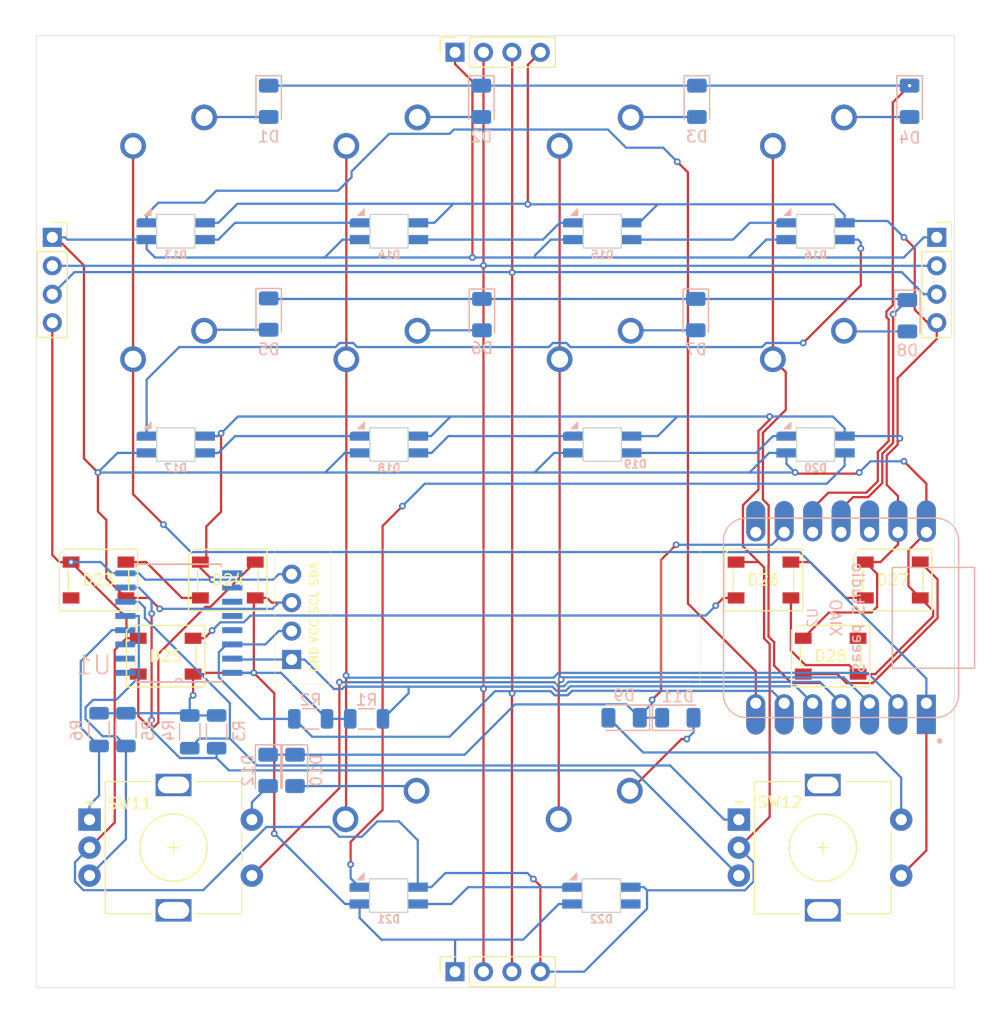
<source format=kicad_pcb>
(kicad_pcb (version 20240108) (generator "pcbnew") (generator_version "8.0")
  (layers (0 "F.Cu" signal) (31 "B.Cu" signal) (34 "B.Paste" user) (35 "F.Paste" user) (36 "B.SilkS" user "B.Silkscreen") (37 "F.SilkS" user "F.Silkscreen") (38 "B.Mask" user) (39 "F.Mask" user) (44 "Edge.Cuts" user))
  (net 0 "")
  (net 1 "ROW0")
  (net 2 "Net-(D1-A)")
  (net 3 "Net-(D2-A)")
  (net 4 "Net-(D3-A)")
  (net 5 "Net-(D4-A)")
  (net 6 "ROW1")
  (net 7 "Net-(D5-A)")
  (net 8 "Net-(D6-A)")
  (net 9 "Net-(D7-A)")
  (net 10 "Net-(D8-A)")
  (net 11 "ROW2")
  (net 12 "ENC_2_SWA")
  (net 13 "Net-(D10-A)")
  (net 14 "Net-(D11-A)")
  (net 15 "ENC_1_SWA")
  (net 16 "VCC")
  (net 17 "I2C_SDA")
  (net 18 "GND")
  (net 19 "I2C_SCL")
  (net 20 "ENC_2_B")
  (net 21 "ENC_2_A")
  (net 22 "ENC_1_B")
  (net 23 "ENC_1_A")
  (net 24 "COL0")
  (net 25 "COL1")
  (net 26 "COL2")
  (net 27 "COL3")
  (net 36 "RGB")
  (net 39 "Net-(D13-DOUT)")
  (net 40 "Net-(D14-DOUT)")
  (net 41 "Net-(D15-DOUT)")
  (net 42 "Net-(D16-DOUT)")
  (net 43 "Net-(D17-DOUT)")
  (net 44 "Net-(D18-DOUT)")
  (net 45 "Net-(D19-DOUT)")
  (net 46 "Net-(D20-DOUT)")
  (net 47 "Net-(D21-DOUT)")
  (net 49 "Net-(D23-DOUT)")
  (net 50 "STATUS_LED")
  (net 51 "Net-(D24-DOUT)")
  (net 52 "Net-(D25-DOUT)")
  (net 53 "Net-(D26-DOUT)")
  (net 54 "Net-(D27-DOUT)")
  (footprint "LED_SMD:LED_SK6812_PLCC4_5.0x5.0mm_P3.2mm" (layer "F.Cu") (at 123.05 98.4)
    (property "Reference" "D25")
    (property "Value" "SK6812")
  )
  (footprint "LED_SMD:LED_SK6812_PLCC4_5.0x5.0mm_P3.2mm" (layer "F.Cu") (at 182.45 98.4)
    (property "Reference" "D28")
    (property "Value" "SK6812")
  )
  (footprint "Components:MX-Solderable-1U" (layer "F.Cu") (at 181.1 55.37)
    (property "Reference" "SW4")
    (property "Value" "SW_Push_45deg")
  )
  (footprint "Components:MX-Solderable-1U" (layer "F.Cu") (at 161.97 115.5)
    (property "Reference" "SW10")
    (property "Value" "SW_Push_45deg")
  )
  (footprint "Components:MX-Solderable-1U" (layer "F.Cu") (at 123.95 55.37)
    (property "Reference" "SW1")
    (property "Value" "SW_Push_45deg")
  )
  (footprint "Components:4pin" (layer "F.Cu") (at 191.925 61)
    (property "Reference" "J5" (hide yes))
    (property "Value" "Conn_01x04")
  )
  (footprint "Components:SSD1306-0.91-OLED-4pin-128x32" (layer "F.Cu") (at 170.8 100.89 180)
    (property "Reference" "J1" (hide yes))
    (property "Value" "OLED_DISPLAY" (hide yes))
  )
  (footprint "LED_SMD:LED_SK6812_PLCC4_5.0x5.0mm_P3.2mm" (layer "F.Cu") (at 188 91.6)
    (property "Reference" "D27")
    (property "Value" "SK6812")
  )
  (footprint "Components:4pin" (layer "F.Cu") (at 112.925 61)
    (property "Reference" "J2" (hide yes))
    (property "Value" "Conn_01x04")
  )
  (footprint "Components:encoder" (layer "F.Cu") (at 174.25 113)
    (property "Reference" "SW12")
    (property "Value" "RotaryEncoder_Switch")
  )
  (footprint "LED_SMD:LED_SK6812_PLCC4_5.0x5.0mm_P3.2mm" (layer "F.Cu") (at 128.6 91.6)
    (property "Reference" "D24")
    (property "Value" "SK6812")
  )
  (footprint "LED_SMD:LED_SK6812_PLCC4_5.0x5.0mm_P3.2mm" (layer "F.Cu") (at 176.45 91.6)
    (property "Reference" "D26")
    (property "Value" "SK6812")
  )
  (footprint "LED_SMD:LED_SK6812_PLCC4_5.0x5.0mm_P3.2mm" (layer "F.Cu") (at 117.05 91.6)
    (property "Reference" "D23")
    (property "Value" "SK6812")
  )
  (footprint "Components:MX-Solderable-1U" (layer "F.Cu") (at 143 74.42)
    (property "Reference" "SW6")
    (property "Value" "SW_Push_45deg")
  )
  (footprint "Components:4pin" (layer "F.Cu") (at 148.9 44.475 90)
    (property "Reference" "J3" (hide yes))
    (property "Value" "Conn_01x04")
  )
  (footprint "Components:MX-Solderable-1U" (layer "F.Cu") (at 143 55.37)
    (property "Reference" "SW2")
    (property "Value" "SW_Push_45deg")
  )
  (footprint "Components:MX-Solderable-1U" (layer "F.Cu") (at 162.05 74.42)
    (property "Reference" "SW7")
    (property "Value" "SW_Push_45deg")
  )
  (footprint "Components:encoder" (layer "F.Cu") (at 116.25 113)
    (property "Reference" "SW11")
    (property "Value" "RotaryEncoder_Switch")
  )
  (footprint "Components:MX-Solderable-1U" (layer "F.Cu") (at 123.95 74.42)
    (property "Reference" "SW5")
    (property "Value" "SW_Push_45deg")
  )
  (footprint "Components:4pin" (layer "F.Cu") (at 148.9 126.575 90)
    (property "Reference" "J4" (hide yes))
    (property "Value" "Conn_01x04")
  )
  (footprint "Components:MX-Solderable-1U" (layer "F.Cu") (at 181.1 74.42)
    (property "Reference" "SW8")
    (property "Value" "SW_Push_45deg")
  )
  (footprint "Components:MX-Solderable-1U" (layer "F.Cu") (at 162.05 55.37)
    (property "Reference" "SW3")
    (property "Value" "SW_Push_45deg")
  )
  (footprint "Components:MX-Solderable-1U" (layer "F.Cu") (at 142.92 115.5)
    (property "Reference" "SW9")
    (property "Value" "SW_Push_45deg")
  )
  (footprint "Diode_SMD:D_1206_3216Metric" (layer "B.Cu") (at 132.25 67.85 -90)
    (property "Reference" "D5")
    (property "Value" "D")
  )
  (footprint "Components:SK6812MINI-E" (layer "B.Cu") (at 162.05 79.5 180)
    (property "Reference" "D19")
    (property "Value" "SK6812" (hide yes))
    (fp_line (start 1.7 1.5) (end -1.7 1.5) (stroke (width 0.12)) (layer "Edge.Cuts"))
    (fp_line (start 1.7 -1.5) (end 1.7 1.5) (stroke (width 0.12)) (layer "Edge.Cuts"))
    (fp_line (start -1.7 1.5) (end -1.7 -1.5) (stroke (width 0.12)) (layer "Edge.Cuts"))
    (fp_line (start -1.7 -1.5) (end 1.7 -1.5) (stroke (width 0.12)) (layer "Edge.Cuts"))
  )
  (footprint "Resistor_SMD:R_1206_3216Metric" (layer "B.Cu") (at 125.2 105.1605 90)
    (property "Reference" "R4")
    (property "Value" "10k")
  )
  (footprint "Diode_SMD:D_1206_3216Metric" (layer "B.Cu") (at 132.25 48.85 -90)
    (property "Reference" "D1")
    (property "Value" "D")
  )
  (footprint "Components:SK6812MINI-E" (layer "B.Cu") (at 142.97 119.7819 180)
    (property "Reference" "D21")
    (property "Value" "SK6812" (hide yes))
    (fp_line (start 1.7 1.5) (end -1.7 1.5) (stroke (width 0.12)) (layer "Edge.Cuts"))
    (fp_line (start 1.7 -1.5) (end 1.7 1.5) (stroke (width 0.12)) (layer "Edge.Cuts"))
    (fp_line (start -1.7 1.5) (end -1.7 -1.5) (stroke (width 0.12)) (layer "Edge.Cuts"))
    (fp_line (start -1.7 -1.5) (end 1.7 -1.5) (stroke (width 0.12)) (layer "Edge.Cuts"))
  )
  (footprint "Diode_SMD:D_1206_3216Metric" (layer "B.Cu") (at 134.6 108.6 -90)
    (property "Reference" "D10")
    (property "Value" "D")
  )
  (footprint "Resistor_SMD:R_1206_3216Metric" (layer "B.Cu") (at 141 104 180)
    (property "Reference" "R1")
    (property "Value" "10k")
  )
  (footprint "Components:SK6812MINI-E" (layer "B.Cu") (at 181.1 60.45 180)
    (property "Reference" "D16")
    (property "Value" "SK6812" (hide yes))
    (fp_line (start 1.7 1.5) (end -1.7 1.5) (stroke (width 0.12)) (layer "Edge.Cuts"))
    (fp_line (start 1.7 -1.5) (end 1.7 1.5) (stroke (width 0.12)) (layer "Edge.Cuts"))
    (fp_line (start -1.7 1.5) (end -1.7 -1.5) (stroke (width 0.12)) (layer "Edge.Cuts"))
    (fp_line (start -1.7 -1.5) (end 1.7 -1.5) (stroke (width 0.12)) (layer "Edge.Cuts"))
  )
  (footprint "Components:SK6812MINI-E" (layer "B.Cu") (at 181.1 79.5 180)
    (property "Reference" "D20")
    (property "Value" "SK6812" (hide yes))
    (fp_line (start 1.7 1.5) (end -1.7 1.5) (stroke (width 0.12)) (layer "Edge.Cuts"))
    (fp_line (start 1.7 -1.5) (end 1.7 1.5) (stroke (width 0.12)) (layer "Edge.Cuts"))
    (fp_line (start -1.7 1.5) (end -1.7 -1.5) (stroke (width 0.12)) (layer "Edge.Cuts"))
    (fp_line (start -1.7 -1.5) (end 1.7 -1.5) (stroke (width 0.12)) (layer "Edge.Cuts"))
  )
  (footprint "Resistor_SMD:R_1206_3216Metric" (layer "B.Cu") (at 119.5 104.9605 90)
    (property "Reference" "R5")
    (property "Value" "10k")
  )
  (footprint "Diode_SMD:D_1206_3216Metric" (layer "B.Cu") (at 151.25 48.85 -90)
    (property "Reference" "D2")
    (property "Value" "D")
  )
  (footprint "Diode_SMD:D_1206_3216Metric" (layer "B.Cu") (at 170.4 67.9 -90)
    (property "Reference" "D7")
    (property "Value" "D")
  )
  (footprint "Resistor_SMD:R_1206_3216Metric" (layer "B.Cu") (at 117.1 104.9605 90)
    (property "Reference" "R6")
    (property "Value" "10k")
  )
  (footprint "Diode_SMD:D_1206_3216Metric" (layer "B.Cu") (at 189.3 68 -90)
    (property "Reference" "D8")
    (property "Value" "D")
  )
  (footprint "Diode_SMD:D_1206_3216Metric" (layer "B.Cu") (at 170.5 48.85 -90)
    (property "Reference" "D3")
    (property "Value" "D")
  )
  (footprint "Components:SK6812MINI-E" (layer "B.Cu") (at 143 79.5 180)
    (property "Reference" "D18")
    (property "Value" "SK6812" (hide yes))
    (fp_line (start 1.7 1.5) (end -1.7 1.5) (stroke (width 0.12)) (layer "Edge.Cuts"))
    (fp_line (start 1.7 -1.5) (end 1.7 1.5) (stroke (width 0.12)) (layer "Edge.Cuts"))
    (fp_line (start -1.7 1.5) (end -1.7 -1.5) (stroke (width 0.12)) (layer "Edge.Cuts"))
    (fp_line (start -1.7 -1.5) (end 1.7 -1.5) (stroke (width 0.12)) (layer "Edge.Cuts"))
  )
  (footprint "Components:SK6812MINI-E" (layer "B.Cu") (at 143 60.45 180)
    (property "Reference" "D14")
    (property "Value" "SK6812" (hide yes))
    (fp_line (start 1.7 1.5) (end -1.7 1.5) (stroke (width 0.12)) (layer "Edge.Cuts"))
    (fp_line (start 1.7 -1.5) (end 1.7 1.5) (stroke (width 0.12)) (layer "Edge.Cuts"))
    (fp_line (start -1.7 1.5) (end -1.7 -1.5) (stroke (width 0.12)) (layer "Edge.Cuts"))
    (fp_line (start -1.7 -1.5) (end 1.7 -1.5) (stroke (width 0.12)) (layer "Edge.Cuts"))
  )
  (footprint "Components:SK6812MINI-E" (layer "B.Cu") (at 123.95 60.45 180)
    (property "Reference" "D13")
    (property "Value" "SK6812" (hide yes))
    (fp_line (start 1.7 1.5) (end -1.7 1.5) (stroke (width 0.12)) (layer "Edge.Cuts"))
    (fp_line (start 1.7 -1.5) (end 1.7 1.5) (stroke (width 0.12)) (layer "Edge.Cuts"))
    (fp_line (start -1.7 1.5) (end -1.7 -1.5) (stroke (width 0.12)) (layer "Edge.Cuts"))
    (fp_line (start -1.7 -1.5) (end 1.7 -1.5) (stroke (width 0.12)) (layer "Edge.Cuts"))
  )
  (footprint "Components:SK6812MINI-E" (layer "B.Cu") (at 123.95 79.5 180)
    (property "Reference" "D17")
    (property "Value" "SK6812" (hide yes))
    (fp_line (start 1.7 1.5) (end -1.7 1.5) (stroke (width 0.12)) (layer "Edge.Cuts"))
    (fp_line (start 1.7 -1.5) (end 1.7 1.5) (stroke (width 0.12)) (layer "Edge.Cuts"))
    (fp_line (start -1.7 1.5) (end -1.7 -1.5) (stroke (width 0.12)) (layer "Edge.Cuts"))
    (fp_line (start -1.7 -1.5) (end 1.7 -1.5) (stroke (width 0.12)) (layer "Edge.Cuts"))
  )
  (footprint "Diode_SMD:D_1206_3216Metric" (layer "B.Cu") (at 164 103.9 180)
    (property "Reference" "D9")
    (property "Value" "D")
  )
  (footprint "Components:SOIC127P1032X265-16N" (layer "B.Cu") (at 124.2248 95.445)
    (property "Reference" "U1")
    (property "Value" "PCF8574A")
  )
  (footprint "Components:SK6812MINI-E" (layer "B.Cu") (at 162.05 60.45 180)
    (property "Reference" "D15")
    (property "Value" "SK6812" (hide yes))
    (fp_line (start 1.7 1.5) (end -1.7 1.5) (stroke (width 0.12)) (layer "Edge.Cuts"))
    (fp_line (start 1.7 -1.5) (end 1.7 1.5) (stroke (width 0.12)) (layer "Edge.Cuts"))
    (fp_line (start -1.7 1.5) (end -1.7 -1.5) (stroke (width 0.12)) (layer "Edge.Cuts"))
    (fp_line (start -1.7 -1.5) (end 1.7 -1.5) (stroke (width 0.12)) (layer "Edge.Cuts"))
  )
  (footprint "Diode_SMD:D_1206_3216Metric" (layer "B.Cu") (at 168.8 103.9)
    (property "Reference" "D11")
    (property "Value" "D")
  )
  (footprint "Resistor_SMD:R_1206_3216Metric" (layer "B.Cu") (at 136 104)
    (property "Reference" "R2")
    (property "Value" "10k")
  )
  (footprint "Diode_SMD:D_1206_3216Metric" (layer "B.Cu") (at 189.5 48.85 -90)
    (property "Reference" "D4")
    (property "Value" "D")
  )
  (footprint "Diode_SMD:D_1206_3216Metric" (layer "B.Cu") (at 132.2 108.6 -90)
    (property "Reference" "D12")
    (property "Value" "D")
  )
  (footprint "Resistor_SMD:R_1206_3216Metric" (layer "B.Cu") (at 127.6 105.1605 90)
    (property "Reference" "R3")
    (property "Value" "10k")
  )
  (footprint "Components:XIAO-Generic-Hybrid-14P-2.54-21X17.8MM" (layer "B.Cu") (at 183.38 94.975 90)
    (property "Reference" "U2")
    (property "Value" "MOUDLE-SEEEDUINO-XIAO" (hide yes))
  )
  (footprint "Components:SK6812MINI-E" (layer "B.Cu") (at 161.97 119.7819 180)
    (property "Reference" "D22")
    (property "Value" "SK6812" (hide yes))
    (fp_line (start 1.7 1.5) (end -1.7 1.5) (stroke (width 0.12)) (layer "Edge.Cuts"))
    (fp_line (start 1.7 -1.5) (end 1.7 1.5) (stroke (width 0.12)) (layer "Edge.Cuts"))
    (fp_line (start -1.7 1.5) (end -1.7 -1.5) (stroke (width 0.12)) (layer "Edge.Cuts"))
    (fp_line (start -1.7 -1.5) (end 1.7 -1.5) (stroke (width 0.12)) (layer "Edge.Cuts"))
  )
  (footprint "Diode_SMD:D_1206_3216Metric" (layer "B.Cu") (at 151.3 67.9 -90)
    (property "Reference" "D6")
    (property "Value" "D")
  )
  (gr_rect (start 111.5 43) (end 193.5 128) (stroke (width 0.05)) (fill none) (layer "Edge.Cuts"))
  (segment (start 182.249952 83.8) (end 180.84 85.209952) (width 0.2) (layer "F.Cu") (net 1))
  (segment (start 186.660015 80.157294) (end 186.660015 82.774299) (width 0.2) (layer "F.Cu") (net 1))
  (segment (start 188 48.95) (end 188 67.051471) (width 0.2) (layer "F.Cu") (net 1))
  (segment (start 188 67.051471) (end 187.429 67.622471) (width 0.2) (layer "F.Cu") (net 1))
  (segment (start 186.660015 82.774299) (end 185.634314 83.8) (width 0.2) (layer "F.Cu") (net 1))
  (segment (start 189.5 47.45) (end 188 48.95) (width 0.2) (layer "F.Cu") (net 1))
  (segment (start 187.629 68.319529) (end 187.629 79.188309) (width 0.2) (layer "F.Cu") (net 1))
  (segment (start 187.629 79.188309) (end 186.660015 80.157294) (width 0.2) (layer "F.Cu") (net 1))
  (segment (start 187.429 68.119529) (end 187.629 68.319529) (width 0.2) (layer "F.Cu") (net 1))
  (segment (start 180.84 85.209952) (end 180.84 87.35) (width 0.2) (layer "F.Cu") (net 1))
  (segment (start 185.634314 83.8) (end 182.249952 83.8) (width 0.2) (layer "F.Cu") (net 1))
  (segment (start 187.429 67.622471) (end 187.429 68.119529) (width 0.2) (layer "F.Cu") (net 1))
  (via (at 189.5 47.45) (size 0.6) (drill 0.3) (layers "F.Cu" "B.Cu") (net 1))
  (segment (start 170.5 47.45) (end 151.25 47.45) (width 0.2) (layer "B.Cu") (net 1))
  (segment (start 170.5 47.45) (end 189.5 47.45) (width 0.2) (layer "B.Cu") (net 1))
  (segment (start 151.25 47.45) (end 132.25 47.45) (width 0.2) (layer "B.Cu") (net 1))
  (segment (start 126.53 50.25) (end 126.49 50.29) (width 0.2) (layer "B.Cu") (net 2))
  (segment (start 132.25 50.25) (end 126.53 50.25) (width 0.2) (layer "B.Cu") (net 2))
  (segment (start 145.58 50.25) (end 145.54 50.29) (width 0.2) (layer "B.Cu") (net 3))
  (segment (start 151.25 50.25) (end 145.58 50.25) (width 0.2) (layer "B.Cu") (net 3))
  (segment (start 170.5 50.25) (end 164.63 50.25) (width 0.2) (layer "B.Cu") (net 4))
  (segment (start 164.63 50.25) (end 164.59 50.29) (width 0.2) (layer "B.Cu") (net 4))
  (segment (start 183.68 50.25) (end 183.64 50.29) (width 0.2) (layer "B.Cu") (net 5))
  (segment (start 189.5 50.25) (end 183.68 50.25) (width 0.2) (layer "B.Cu") (net 5))
  (segment (start 183.38 85.263654) (end 183.38 87.35) (width 0.2) (layer "F.Cu") (net 6))
  (segment (start 184.443654 84.2) (end 183.38 85.263654) (width 0.2) (layer "F.Cu") (net 6))
  (segment (start 188.029 67.871) (end 188.029 79.353995) (width 0.2) (layer "F.Cu") (net 6))
  (segment (start 187.060015 82.939985) (end 185.8 84.2) (width 0.2) (layer "F.Cu") (net 6))
  (segment (start 185.8 84.2) (end 184.443654 84.2) (width 0.2) (layer "F.Cu") (net 6))
  (segment (start 188.029 79.353995) (end 187.060015 80.32298) (width 0.2) (layer "F.Cu") (net 6))
  (segment (start 187.060015 80.32298) (end 187.060015 82.939985) (width 0.2) (layer "F.Cu") (net 6))
  (via (at 188.029 67.871) (size 0.6) (drill 0.3) (layers "F.Cu" "B.Cu") (net 6))
  (segment (start 189.3 66.6) (end 189.2 66.5) (width 0.2) (layer "B.Cu") (net 6))
  (segment (start 170.4 66.5) (end 151.3 66.5) (width 0.2) (layer "B.Cu") (net 6))
  (segment (start 151.3 66.5) (end 132.3 66.5) (width 0.2) (layer "B.Cu") (net 6))
  (segment (start 189.2 66.5) (end 170.4 66.5) (width 0.2) (layer "B.Cu") (net 6))
  (segment (start 132.3 66.5) (end 132.25 66.45) (width 0.2) (layer "B.Cu") (net 6))
  (segment (start 189.3 66.6) (end 188.029 67.871) (width 0.2) (layer "B.Cu") (net 6))
  (segment (start 132.25 69.25) (end 126.58 69.25) (width 0.2) (layer "B.Cu") (net 7))
  (segment (start 126.58 69.25) (end 126.49 69.34) (width 0.2) (layer "B.Cu") (net 7))
  (segment (start 151.3 69.3) (end 145.58 69.3) (width 0.2) (layer "B.Cu") (net 8))
  (segment (start 145.58 69.3) (end 145.54 69.34) (width 0.2) (layer "B.Cu") (net 8))
  (segment (start 170.4 69.3) (end 164.63 69.3) (width 0.2) (layer "B.Cu") (net 9))
  (segment (start 164.63 69.3) (end 164.59 69.34) (width 0.2) (layer "B.Cu") (net 9))
  (segment (start 183.7 69.4) (end 183.64 69.34) (width 0.2) (layer "B.Cu") (net 10))
  (segment (start 189.3 69.4) (end 183.7 69.4) (width 0.2) (layer "B.Cu") (net 10))
  (segment (start 166.5 102.3) (end 167.3 101.5) (width 0.2) (layer "F.Cu") (net 11))
  (segment (start 167.3 89.7997) (end 168.648 88.4517) (width 0.2) (layer "F.Cu") (net 11))
  (segment (start 167.3 101.5) (end 167.3 89.7997) (width 0.2) (layer "F.Cu") (net 11))
  (via (at 166.5 102.3) (size 0.6) (drill 0.3) (layers "F.Cu" "B.Cu") (net 11))
  (via (at 168.648 88.4517) (size 0.6) (drill 0.3) (layers "F.Cu" "B.Cu") (net 11))
  (segment (start 167.4 103.9) (end 165.4 103.9) (width 0.2) (layer "B.Cu") (net 11))
  (segment (start 166.5 102.612) (end 165.306 103.806) (width 0.2) (layer "B.Cu") (net 11))
  (segment (start 149.754 107.2) (end 154.244 102.71) (width 0.2) (layer "B.Cu") (net 11))
  (segment (start 134.6 107.2) (end 149.754 107.2) (width 0.2) (layer "B.Cu") (net 11))
  (segment (start 165.306 103.806) (end 165.4 103.9) (width 0.2) (layer "B.Cu") (net 11))
  (segment (start 132.2 107.2) (end 134.6 107.2) (width 0.2) (layer "B.Cu") (net 11))
  (segment (start 164.21 102.71) (end 165.306 103.806) (width 0.2) (layer "B.Cu") (net 11))
  (segment (start 168.648 88.4517) (end 177.1983 88.4517) (width 0.2) (layer "B.Cu") (net 11))
  (segment (start 166.5 102.3) (end 166.5 102.612) (width 0.2) (layer "B.Cu") (net 11))
  (segment (start 154.244 102.71) (end 164.21 102.71) (width 0.2) (layer "B.Cu") (net 11))
  (segment (start 177.1983 88.4517) (end 178.3 87.35) (width 0.2) (layer "B.Cu") (net 11))
  (segment (start 165.7 107) (end 162.6 103.9) (width 0.2) (layer "B.Cu") (net 12))
  (segment (start 188.75 109.25) (end 186.5 107) (width 0.2) (layer "B.Cu") (net 12))
  (segment (start 186.5 107) (end 165.7 107) (width 0.2) (layer "B.Cu") (net 12))
  (segment (start 188.75 113) (end 188.75 109.25) (width 0.2) (layer "B.Cu") (net 12))
  (segment (start 134.6 110) (end 145.04 110) (width 0.2) (layer "B.Cu") (net 13))
  (segment (start 145.04 110) (end 145.46 110.42) (width 0.2) (layer "B.Cu") (net 13))
  (segment (start 169.13 105.8) (end 169.6 105.8) (width 0.2) (layer "F.Cu") (net 14))
  (segment (start 164.51 110.42) (end 169.13 105.8) (width 0.2) (layer "F.Cu") (net 14))
  (via (at 169.6 105.8) (size 0.6) (drill 0.3) (layers "F.Cu" "B.Cu") (net 14))
  (segment (start 169.6 105.8) (end 170.2 105.2) (width 0.2) (layer "B.Cu") (net 14))
  (segment (start 170.2 105.2) (end 170.2 103.9) (width 0.2) (layer "B.Cu") (net 14))
  (segment (start 130.75 111.45) (end 130.75 113) (width 0.2) (layer "B.Cu") (net 15))
  (segment (start 132.2 110) (end 130.75 111.45) (width 0.2) (layer "B.Cu") (net 15))
  (segment (start 189.398 88.952) (end 189.398 92.148) (width 0.2) (layer "F.Cu") (net 16))
  (segment (start 117 82) (end 117 85.4846) (width 0.2) (layer "F.Cu") (net 16))
  (segment (start 119.5 93.2) (end 121.546 93.2) (width 0.2) (layer "F.Cu") (net 16))
  (segment (start 121.546 93.2) (end 122.518 94.1721) (width 0.2) (layer "F.Cu") (net 16))
  (segment (start 184.9 100) (end 186.434314 100) (width 0.2) (layer "F.Cu") (net 16))
  (segment (start 115.75 63.5) (end 113.25 61) (width 0.2) (layer "F.Cu") (net 16))
  (segment (start 179.275736 82) (end 179.375736 82.1) (width 0.2) (layer "F.Cu") (net 16))
  (segment (start 191 87.35) (end 189.398 88.952) (width 0.2) (layer "F.Cu") (net 16))
  (segment (start 184.9 82.1) (end 185 82) (width 0.2) (layer "F.Cu") (net 16))
  (segment (start 148.9 45.5264) (end 148.9 44.475) (width 0.2) (layer "F.Cu") (net 16))
  (segment (start 180.2 99.2) (end 178.9 97.9) (width 0.2) (layer "F.Cu") (net 16))
  (segment (start 191.6 94.834314) (end 191.6 94.35) (width 0.2) (layer "F.Cu") (net 16))
  (segment (start 115.75 80.75) (end 115.75 63.5) (width 0.2) (layer "F.Cu") (net 16))
  (segment (start 184.1 99.2) (end 180.2 99.2) (width 0.2) (layer "F.Cu") (net 16))
  (segment (start 117 82) (end 115.75 80.75) (width 0.2) (layer "F.Cu") (net 16))
  (segment (start 117.75 91.45) (end 117.75 86.2346) (width 0.2) (layer "F.Cu") (net 16))
  (segment (start 113.25 61) (end 112.925 61) (width 0.2) (layer "F.Cu") (net 16))
  (segment (start 150.453 62.8) (end 150.453 47.0794) (width 0.2) (layer "F.Cu") (net 16))
  (segment (start 132.75 101.714) (end 130.926 99.89) (width 0.2) (layer "F.Cu") (net 16))
  (segment (start 130.926 93.5868) (end 130.926 99.89) (width 0.2) (layer "F.Cu") (net 16))
  (segment (start 126.662 99.89) (end 130.926 99.89) (width 0.2) (layer "F.Cu") (net 16))
  (segment (start 191 87.35) (end 191 83) (width 0.2) (layer "F.Cu") (net 16))
  (segment (start 119.5 93.2) (end 117.75 91.45) (width 0.2) (layer "F.Cu") (net 16))
  (segment (start 150.453 47.0794) (end 148.9 45.5264) (width 0.2) (layer "F.Cu") (net 16))
  (segment (start 186.434314 100) (end 191.6 94.834314) (width 0.2) (layer "F.Cu") (net 16))
  (segment (start 178.9 97.9) (end 178.9 93.2) (width 0.2) (layer "F.Cu") (net 16))
  (segment (start 134.3 93.62) (end 132.522 93.62) (width 0.2) (layer "F.Cu") (net 16))
  (segment (start 126.552 100) (end 126.662 99.89) (width 0.2) (layer "F.Cu") (net 16))
  (segment (start 132.102 93.2) (end 131.313 93.2) (width 0.2) (layer "F.Cu") (net 16))
  (segment (start 125.5 100) (end 126.552 100) (width 0.2) (layer "F.Cu") (net 16))
  (segment (start 117 85.4846) (end 117.75 86.2346) (width 0.2) (layer "F.Cu") (net 16))
  (segment (start 131.313 93.2) (end 130.926 93.5868) (width 0.2) (layer "F.Cu") (net 16))
  (segment (start 189.398 92.148) (end 190.45 93.2) (width 0.2) (layer "F.Cu") (net 16))
  (segment (start 132.75 114.25) (end 132.75 101.714) (width 0.2) (layer "F.Cu") (net 16))
  (segment (start 184.9 100) (end 184.1 99.2) (width 0.2) (layer "F.Cu") (net 16))
  (segment (start 132.522 93.62) (end 132.102 93.2) (width 0.2) (layer "F.Cu") (net 16))
  (segment (start 191 83) (end 189 81) (width 0.2) (layer "F.Cu") (net 16))
  (segment (start 191.6 94.35) (end 190.45 93.2) (width 0.2) (layer "F.Cu") (net 16))
  (segment (start 125.5 101.9) (end 125.5 100) (width 0.2) (layer "F.Cu") (net 16))
  (segment (start 131.05 93.2) (end 131.313 93.2) (width 0.2) (layer "F.Cu") (net 16))
  (segment (start 179.375736 82.1) (end 184.9 82.1) (width 0.2) (layer "F.Cu") (net 16))
  (via (at 189 81) (size 0.6) (drill 0.3) (layers "F.Cu" "B.Cu") (net 16))
  (via (at 117 82) (size 0.6) (drill 0.3) (layers "F.Cu" "B.Cu") (net 16))
  (via (at 150.453 62.8) (size 0.6) (drill 0.3) (layers "F.Cu" "B.Cu") (net 16))
  (via (at 125.5 101.9) (size 0.6) (drill 0.3) (layers "F.Cu" "B.Cu") (net 16))
  (via (at 179.275736 82) (size 0.6) (drill 0.3) (layers "F.Cu" "B.Cu") (net 16))
  (via (at 122.518 94.1721) (size 0.6) (drill 0.3) (layers "F.Cu" "B.Cu") (net 16))
  (via (at 132.75 114.25) (size 0.6) (drill 0.3) (layers "F.Cu" "B.Cu") (net 16))
  (via (at 130.926 99.89) (size 0.6) (drill 0.3) (layers "F.Cu" "B.Cu") (net 16))
  (via (at 185 82) (size 0.6) (drill 0.3) (layers "F.Cu" "B.Cu") (net 16))
  (segment (start 137.35 81.95) (end 137.3 82) (width 0.2) (layer "B.Cu") (net 16))
  (segment (start 158.168 120.532) (end 159.37 120.532) (width 0.2) (layer "B.Cu") (net 16))
  (segment (start 114.277 61.2) (end 114.077 61) (width 0.2) (layer "B.Cu") (net 16))
  (segment (start 175.2 82) (end 156 82) (width 0.2) (layer "B.Cu") (net 16))
  (segment (start 188.973 62.8) (end 190.773 61) (width 0.2) (layer "B.Cu") (net 16))
  (segment (start 137.462 104) (end 133.352 99.89) (width 0.2) (layer "B.Cu") (net 16))
  (segment (start 157.45 61.2) (end 156.05 62.6) (width 0.2) (layer "B.Cu") (net 16))
  (segment (start 156.05 62.6) (end 156.05 62.8) (width 0.2) (layer "B.Cu") (net 16))
  (segment (start 140.37 121.77) (end 142.315 123.715) (width 0.2) (layer "B.Cu") (net 16))
  (segment (start 178.5 80.25) (end 178.5 81.224264) (width 0.2) (layer "B.Cu") (net 16))
  (segment (start 121.35 62.05) (end 122.1 62.8) (width 0.2) (layer "B.Cu") (net 16))
  (segment (start 140.4 80.25) (end 139.05 80.25) (width 0.2) (layer "B.Cu") (net 16))
  (segment (start 137 62.8) (end 137.25 62.8) (width 0.2) (layer "B.Cu") (net 16))
  (segment (start 137.4625 104) (end 137.462 104) (width 0.2) (layer "B.Cu") (net 16))
  (segment (start 118.75 80.25) (end 117 82) (width 0.2) (layer "B.Cu") (net 16))
  (segment (start 154.985 123.715) (end 158.168 120.532) (width 0.2) (layer "B.Cu") (net 16))
  (segment (start 140.37 120.532) (end 140.37 121.77) (width 0.2) (layer "B.Cu") (net 16))
  (segment (start 138.85 61.2) (end 140.4 61.2) (width 0.2) (layer "B.Cu") (net 16))
  (segment (start 121.35 61.2) (end 114.277 61.2) (width 0.2) (layer "B.Cu") (net 16))
  (segment (start 122.1 62.8) (end 137 62.8) (width 0.2) (layer "B.Cu") (net 16))
  (segment (start 127.6 103.698) (end 125.2 103.698) (width 0.2) (layer "B.Cu") (net 16))
  (segment (start 119.503 103.495) (end 119.5 103.498) (width 0.2) (layer "B.Cu") (net 16))
  (segment (start 132.596 94.1721) (end 122.518 94.1721) (width 0.2) (layer "B.Cu") (net 16))
  (segment (start 134.3 93.62) (end 133.148 93.62) (width 0.2) (layer "B.Cu") (net 16))
  (segment (start 133.352 99.89) (end 130.926 99.89) (width 0.2) (layer "B.Cu") (net 16))
  (segment (start 176.95 80.25) (end 175.2 82) (width 0.2) (layer "B.Cu") (net 16))
  (segment (start 190.773 61) (end 191.925 61) (width 0.2) (layer "B.Cu") (net 16))
  (segment (start 159.45 61.2) (end 157.45 61.2) (width 0.2) (layer "B.Cu") (net 16))
  (segment (start 125.2 102.2) (end 125.2 103.698) (width 0.2) (layer "B.Cu") (net 16))
  (segment (start 121.35 80.25) (end 118.75 80.25) (width 0.2) (layer "B.Cu") (net 16))
  (segment (start 121.35 61.2) (end 121.35 62.05) (width 0.2) (layer "B.Cu") (net 16))
  (segment (start 133.148 93.62) (end 132.596 94.1721) (width 0.2) (layer "B.Cu") (net 16))
  (segment (start 156 82) (end 137.3 82) (width 0.2) (layer "B.Cu") (net 16))
  (segment (start 178.5 80.25) (end 176.95 80.25) (width 0.2) (layer "B.Cu") (net 16))
  (segment (start 176.7 61.2) (end 175.1 62.8) (width 0.2) (layer "B.Cu") (net 16))
  (segment (start 178.5 81.224264) (end 179.275736 82) (width 0.2) (layer "B.Cu") (net 16))
  (segment (start 149 123.715) (end 148.9 123.815) (width 0.2) (layer "B.Cu") (net 16))
  (segment (start 139.071 120.532) (end 140.3699 120.532) (width 0.2) (layer "B.Cu") (net 16))
  (segment (start 117.1 103.498) (end 119.5 103.498) (width 0.2) (layer "B.Cu") (net 16))
  (segment (start 132.789 114.25) (end 139.071 120.532) (width 0.2) (layer "B.Cu") (net 16))
  (segment (start 150.453 62.8) (end 137 62.8) (width 0.2) (layer "B.Cu") (net 16))
  (segment (start 175.1 62.8) (end 188.973 62.8) (width 0.2) (layer "B.Cu") (net 16))
  (segment (start 189 81) (end 186 81) (width 0.2) (layer "B.Cu") (net 16))
  (segment (start 125.5 101.9) (end 125.2 102.2) (width 0.2) (layer "B.Cu") (net 16))
  (segment (start 148.9 123.815) (end 148.9 126.575) (width 0.2) (layer "B.Cu") (net 16))
  (segment (start 140.3699 120.532) (end 140.37 120.532) (width 0.2) (layer "B.Cu") (net 16))
  (segment (start 130.926 99.89) (end 129 99.89) (width 0.2) (layer "B.Cu") (net 16))
  (segment (start 179.275736 82) (end 175.2 82) (width 0.2) (layer "B.Cu") (net 16))
  (segment (start 157.75 80.25) (end 156 82) (width 0.2) (layer "B.Cu") (net 16))
  (segment (start 137.3 82) (end 117 82) (width 0.2) (layer "B.Cu") (net 16))
  (segment (start 159.45 80.25) (end 157.75 80.25) (width 0.2) (layer "B.Cu") (net 16))
  (segment (start 132.75 114.25) (end 132.789 114.25) (width 0.2) (layer "B.Cu") (net 16))
  (segment (start 156.05 62.8) (end 175.1 62.8) (width 0.2) (layer "B.Cu") (net 16))
  (segment (start 140.3699 120.532) (end 140.37 120.5319) (width 0.2) (layer "B.Cu") (net 16))
  (segment (start 114.077 61) (end 112.925 61) (width 0.2) (layer "B.Cu") (net 16))
  (segment (start 149 123.715) (end 154.985 123.715) (width 0.2) (layer "B.Cu") (net 16))
  (segment (start 186 81) (end 185 82) (width 0.2) (layer "B.Cu") (net 16))
  (segment (start 159.37 120.5319) (end 159.37 120.532) (width 0.2) (layer "B.Cu") (net 16))
  (segment (start 137.25 62.8) (end 138.85 61.2) (width 0.2) (layer "B.Cu") (net 16))
  (segment (start 125.2 103.698) (end 124.997 103.495) (width 0.2) (layer "B.Cu") (net 16))
  (segment (start 142.315 123.715) (end 149 123.715) (width 0.2) (layer "B.Cu") (net 16))
  (segment (start 178.5 61.2) (end 176.7 61.2) (width 0.2) (layer "B.Cu") (net 16))
  (segment (start 139.5375 104) (end 137.4625 104) (width 0.2) (layer "B.Cu") (net 16))
  (segment (start 139.05 80.25) (end 137.35 81.95) (width 0.2) (layer "B.Cu") (net 16))
  (segment (start 124.997 103.495) (end 119.503 103.495) (width 0.2) (layer "B.Cu") (net 16))
  (segment (start 156.05 62.8) (end 150.453 62.8) (width 0.2) (layer "B.Cu") (net 16))
  (segment (start 151.44 101.325) (end 151.44 126.575) (width 0.2) (layer "F.Cu") (net 17))
  (segment (start 151.44 63.5) (end 151.44 44.475) (width 0.2) (layer "F.Cu") (net 17))
  (segment (start 151.44 63.5) (end 151.44 101.325) (width 0.2) (layer "F.Cu") (net 17))
  (via (at 151.44 63.5) (size 0.6) (drill 0.3) (layers "F.Cu" "B.Cu") (net 17))
  (via (at 151.44 101.325) (size 0.6) (drill 0.3) (layers "F.Cu" "B.Cu") (net 17))
  (segment (start 158.793215 101.4915) (end 159.193215 101.0915) (width 0.2) (layer "B.Cu") (net 17))
  (segment (start 170.042942 101.097) (end 179.337 101.097) (width 0.2) (layer "B.Cu") (net 17))
  (segment (start 151.44 63.5) (end 151.4 63.54) (width 0.2) (layer "B.Cu") (net 17))
  (segment (start 134.3 98.7) (end 135.452 98.7) (width 0.2) (layer "B.Cu") (net 17))
  (segment (start 144.75 101.125) (end 151.24 101.125) (width 0.2) (layer "B.Cu") (net 17))
  (segment (start 151.64 101.125) (end 157.598285 101.125) (width 0.2) (layer "B.Cu") (net 17))
  (segment (start 157.598285 101.125) (end 157.964785 101.4915) (width 0.2) (layer "B.Cu") (net 17))
  (segment (start 129 98.62) (end 129.08 98.7) (width 0.2) (layer "B.Cu") (net 17))
  (segment (start 170.037442 101.0915) (end 170.042942 101.097) (width 0.2) (layer "B.Cu") (net 17))
  (segment (start 157.964785 101.4915) (end 158.793215 101.4915) (width 0.2) (layer "B.Cu") (net 17))
  (segment (start 151.44 63.5) (end 151.48 63.54) (width 0.2) (layer "B.Cu") (net 17))
  (segment (start 179.337 101.097) (end 180.84 102.6) (width 0.2) (layer "B.Cu") (net 17))
  (segment (start 138.077 101.325) (end 138.815529 101.325) (width 0.2) (layer "B.Cu") (net 17))
  (segment (start 151.4 63.54) (end 112.925 63.54) (width 0.2) (layer "B.Cu") (net 17))
  (segment (start 138.815529 101.325) (end 139.015529 101.125) (width 0.2) (layer "B.Cu") (net 17))
  (segment (start 151.24 101.125) (end 151.44 101.325) (width 0.2) (layer "B.Cu") (net 17))
  (segment (start 139.015529 101.125) (end 144.75 101.125) (width 0.2) (layer "B.Cu") (net 17))
  (segment (start 129.08 98.7) (end 134.3 98.7) (width 0.2) (layer "B.Cu") (net 17))
  (segment (start 159.193215 101.0915) (end 170.037442 101.0915) (width 0.2) (layer "B.Cu") (net 17))
  (segment (start 151.48 63.54) (end 191.925 63.54) (width 0.2) (layer "B.Cu") (net 17))
  (segment (start 151.44 101.325) (end 151.64 101.125) (width 0.2) (layer "B.Cu") (net 17))
  (segment (start 144.75 101.7125) (end 144.75 101.125) (width 0.2) (layer "B.Cu") (net 17))
  (segment (start 142.4625 104) (end 144.75 101.7125) (width 0.2) (layer "B.Cu") (net 17))
  (segment (start 135.452 98.7) (end 138.077 101.325) (width 0.2) (layer "B.Cu") (net 17))
  (segment (start 174.61 84.923654) (end 174.61 88.58) (width 0.2) (layer "F.Cu") (net 18))
  (segment (start 189.96 67.4605) (end 191.12 68.62) (width 0.2) (layer "F.Cu") (net 18))
  (segment (start 114.6 90) (end 113.548 90) (width 0.2) (layer "F.Cu") (net 18))
  (segment (start 176.5 96.815686) (end 177 97.315686) (width 0.2) (layer "F.Cu") (net 18))
  (segment (start 128.001 78.501) (end 128 78.502) (width 0.2) (layer "F.Cu") (net 18))
  (segment (start 174 90) (end 176.03 90) (width 0.2) (layer "F.Cu") (net 18))
  (segment (start 188.629 78.95) (end 188.429 78.75) (width 0.2) (layer "F.Cu") (net 18))
  (segment (start 188.46 84.105656) (end 188.46 87.35) (width 0.2) (layer "F.Cu") (net 18))
  (segment (start 188.429 79.519681) (end 187.460015 80.488666) (width 0.2) (layer "F.Cu") (net 18))
  (segment (start 180 96.8) (end 182.3 94.5) (width 0.2) (layer "F.Cu") (net 18))
  (segment (start 188.429 78.75) (end 188.429 73.571) (width 0.2) (layer "F.Cu") (net 18))
  (segment (start 174.61 88.58) (end 176.03 90) (width 0.2) (layer "F.Cu") (net 18))
  (segment (start 155.4 45.595) (end 156.52 44.475) (width 0.2) (layer "F.Cu") (net 18))
  (segment (start 177 112.75) (end 174.25 115.5) (width 0.2) (layer "F.Cu") (net 18))
  (segment (start 126.15 90) (end 126.15 90.5164) (width 0.2) (layer "F.Cu") (net 18))
  (segment (start 177 77.282843) (end 176 78.282843) (width 0.2) (layer "F.Cu") (net 18))
  (segment (start 113.548 90) (end 112.925 89.377) (width 0.2) (layer "F.Cu") (net 18))
  (segment (start 176.5 90.47) (end 176.5 96.815686) (width 0.2) (layer "F.Cu") (net 18))
  (segment (start 126.15 90.5164) (end 127.202 91.5684) (width 0.2) (layer "F.Cu") (net 18))
  (segment (start 126.15 90) (end 126.676 90) (width 0.2) (layer "F.Cu") (net 18))
  (segment (start 176 83.533654) (end 174.61 84.923654) (width 0.2) (layer "F.Cu") (net 18))
  (segment (start 191.925 70.075) (end 191.925 68.62) (width 0.2) (layer "F.Cu") (net 18))
  (segment (start 185.55 90) (end 186.9 90) (width 0.2) (layer "F.Cu") (net 18))
  (segment (start 188.429 79.15) (end 188.429 79.519681) (width 0.2) (layer "F.Cu") (net 18))
  (segment (start 114.6 90) (end 119.548 94.948) (width 0.2) (layer "F.Cu") (net 18))
  (segment (start 118.5 113.25) (end 118.5 97.848) (width 0.2) (layer "F.Cu") (net 18))
  (segment (start 176.03 90) (end 176.5 90.47) (width 0.2) (layer "F.Cu") (net 18))
  (segment (start 112.925 89.377) (end 112.925 68.62) (width 0.2) (layer "F.Cu") (net 18))
  (segment (start 155.4 58.0485) (end 155.4 45.595) (width 0.2) (layer "F.Cu") (net 18))
  (segment (start 188.46 88.44) (end 188.46 87.35) (width 0.2) (layer "F.Cu") (net 18))
  (segment (start 116.25 115.5) (end 118.5 113.25) (width 0.2) (layer "F.Cu") (net 18))
  (segment (start 176 78.282843) (end 176 83.533654) (width 0.2) (layer "F.Cu") (net 18))
  (segment (start 189 61) (end 189.96 61.96) (width 0.2) (layer "F.Cu") (net 18))
  (segment (start 119.548 94.948) (end 119.548 96.8) (width 0.2) (layer "F.Cu") (net 18))
  (segment (start 128 78.502) (end 128 85.5) (width 0.2) (layer "F.Cu") (net 18))
  (segment (start 187.460015 83.105671) (end 188.46 84.105656) (width 0.2) (layer "F.Cu") (net 18))
  (segment (start 186.6 91.05) (end 185.55 90) (width 0.2) (layer "F.Cu") (net 18))
  (segment (start 186.6 94) (end 186.6 91.05) (width 0.2) (layer "F.Cu") (net 18))
  (segment (start 156.52 118.92) (end 156.52 126.575) (width 0.2) (layer "F.Cu") (net 18))
  (segment (start 188.429 73.571) (end 191.925 70.075) (width 0.2) (layer "F.Cu") (net 18))
  (segment (start 155.9 118.3) (end 156.52 118.92) (width 0.2) (layer "F.Cu") (net 18))
  (segment (start 177 77) (end 177 77.282843) (width 0.2) (layer "F.Cu") (net 18))
  (segment (start 128 85.5) (end 126.676 86.824) (width 0.2) (layer "F.Cu") (net 18))
  (segment (start 188.629 78.95) (end 188.429 79.15) (width 0.2) (layer "F.Cu") (net 18))
  (segment (start 189.96 61.96) (end 189.96 67.4605) (width 0.2) (layer "F.Cu") (net 18))
  (segment (start 120.6 96.8) (end 119.548 96.8) (width 0.2) (layer "F.Cu") (net 18))
  (segment (start 182.3 94.5) (end 186.1 94.5) (width 0.2) (layer "F.Cu") (net 18))
  (segment (start 191.12 68.62) (end 191.925 68.62) (width 0.2) (layer "F.Cu") (net 18))
  (segment (start 186.1 94.5) (end 186.6 94) (width 0.2) (layer "F.Cu") (net 18))
  (segment (start 187.460015 80.488666) (end 187.460015 83.105671) (width 0.2) (layer "F.Cu") (net 18))
  (segment (start 177 97.315686) (end 177 112.75) (width 0.2) (layer "F.Cu") (net 18))
  (segment (start 186.9 90) (end 188.46 88.44) (width 0.2) (layer "F.Cu") (net 18))
  (segment (start 118.5 97.848) (end 119.548 96.8) (width 0.2) (layer "F.Cu") (net 18))
  (segment (start 126.676 86.824) (end 126.676 90) (width 0.2) (layer "F.Cu") (net 18))
  (via (at 177 77) (size 0.6) (drill 0.3) (layers "F.Cu" "B.Cu") (net 18))
  (via (at 155.9 118.3) (size 0.6) (drill 0.3) (layers "F.Cu" "B.Cu") (net 18))
  (via (at 127.202 91.5684) (size 0.6) (drill 0.3) (layers "F.Cu" "B.Cu") (net 18))
  (via (at 114.6 90) (size 0.6) (drill 0.3) (layers "F.Cu" "B.Cu") (net 18))
  (via (at 188.629 78.95) (size 0.6) (drill 0.3) (layers "F.Cu" "B.Cu") (net 18))
  (via (at 189 61) (size 0.6) (drill 0.3) (layers "F.Cu" "B.Cu") (net 18))
  (via (at 155.4 58.0485) (size 0.6) (drill 0.3) (layers "F.Cu" "B.Cu") (net 18))
  (via (at 128.001 78.501) (size 0.6) (drill 0.3) (layers "F.Cu" "B.Cu") (net 18))
  (segment (start 189 61) (end 187.5329 59.5329) (width 0.2) (layer "B.Cu") (net 18))
  (segment (start 155.9 118.3) (end 155.366 117.766) (width 0.2) (layer "B.Cu") (net 18))
  (segment (start 156.72 126.775) (end 156.52 126.575) (width 0.2) (layer "B.Cu") (net 18))
  (segment (start 167 78.75) (end 168.75 77) (width 0.2) (layer "B.Cu") (net 18))
  (segment (start 129.502 77) (end 148.5 77) (width 0.2) (layer "B.Cu") (net 18))
  (segment (start 147.05 59.7) (end 145.6 59.7) (width 0.2) (layer "B.Cu") (net 18))
  (segment (start 148.037 117.766) (end 146.772 119.032) (width 0.2) (layer "B.Cu") (net 18))
  (segment (start 148.75 58) (end 155.3515 58) (width 0.2) (layer "B.Cu") (net 18))
  (segment (start 127.202 91.5684) (end 132.66 91.5684) (width 0.2) (layer "B.Cu") (net 18))
  (segment (start 129.452 58) (end 148.75 58) (width 0.2) (layer "B.Cu") (net 18))
  (segment (start 155.4 58.0485) (end 167 58.0485) (width 0.2) (layer "B.Cu") (net 18))
  (segment (start 146.772 119.032) (end 145.5701 119.032) (width 0.2) (layer "B.Cu") (net 18))
  (segment (start 148.5 77) (end 168.75 77) (width 0.2) (layer "B.Cu") (net 18))
  (segment (start 182.749 58.0485) (end 183.7 59) (width 0.2) (layer "B.Cu") (net 18))
  (segment (start 168.75 77) (end 177 77) (width 0.2) (layer "B.Cu") (net 18))
  (segment (start 166.049 120.9629) (end 166.049 119.309) (width 0.2) (layer "B.Cu") (net 18))
  (segment (start 127.752 78.75) (end 126.55 78.75) (width 0.2) (layer "B.Cu") (net 18))
  (segment (start 141.949125 113.1561) (end 140.5761 114.529125) (width 0.2) (layer "B.Cu") (net 18))
  (segment (start 145.6 78.75) (end 146.75 78.75) (width 0.2) (layer "B.Cu") (net 18))
  (segment (start 183.7 78.051472) (end 182.648528 77) (width 0.2) (layer "B.Cu") (net 18))
  (segment (start 145.5701 119.032) (end 145.57 119.0319) (width 0.2) (layer "B.Cu") (net 18))
  (segment (start 160.4369 126.575) (end 166.049 120.9629) (width 0.2) (layer "B.Cu") (net 18))
  (segment (start 166.049 119.309) (end 165.772 119.032) (width 0.2) (layer "B.Cu") (net 18))
  (segment (start 167 58.0485) (end 165.3485 59.7) (width 0.2) (layer "B.Cu") (net 18))
  (segment (start 183.7 78.75) (end 183.7 78.051472) (width 0.2) (layer "B.Cu") (net 18))
  (segment (start 126.55 59.7) (end 127.752 59.7) (width 0.2) (layer "B.Cu") (net 18))
  (segment (start 182.648528 77) (end 177 77) (width 0.2) (layer "B.Cu") (net 18))
  (segment (start 164.65 78.75) (end 167 78.75) (width 0.2) (layer "B.Cu") (net 18))
  (segment (start 114.95 116.8) (end 116.25 115.5) (width 0.2) (layer "B.Cu") (net 18))
  (segment (start 114.95 118.538478) (end 114.95 116.8) (width 0.2) (layer "B.Cu") (net 18))
  (segment (start 188.629 78.95) (end 188.429 78.75) (width 0.2) (layer "B.Cu") (net 18))
  (segment (start 115.711522 119.3) (end 114.95 118.538478) (width 0.2) (layer "B.Cu") (net 18))
  (segment (start 148.75 58) (end 147.05 59.7) (width 0.2) (layer "B.Cu") (net 18))
  (segment (start 127.752 59.7) (end 129.452 58) (width 0.2) (layer "B.Cu") (net 18))
  (segment (start 165.3485 59.7) (end 164.65 59.7) (width 0.2) (layer "B.Cu") (net 18))
  (segment (start 156.52 126.575) (end 160.4369 126.575) (width 0.2) (layer "B.Cu") (net 18))
  (segment (start 146.75 78.75) (end 148.5 77) (width 0.2) (layer "B.Cu") (net 18))
  (segment (start 167 58.0485) (end 182.749 58.0485) (width 0.2) (layer "B.Cu") (net 18))
  (segment (start 155.366 117.766) (end 148.037 117.766) (width 0.2) (layer "B.Cu") (net 18))
  (segment (start 145.57 119.0319) (end 145.57 114.835225) (width 0.2) (layer "B.Cu") (net 18))
  (segment (start 119.4496 91) (end 120.653 91) (width 0.2) (layer "B.Cu") (net 18))
  (segment (start 128.001 78.501) (end 127.752 78.75) (width 0.2) (layer "B.Cu") (net 18))
  (segment (start 138.567454 114.529125) (end 137.688329 113.65) (width 0.2) (layer "B.Cu") (net 18))
  (segment (start 121.221 91.5684) (end 127.202 91.5684) (width 0.2) (layer "B.Cu") (net 18))
  (segment (start 164.5701 119.032) (end 164.57 119.032) (width 0.2) (layer "B.Cu") (net 18))
  (segment (start 132.66 91.5684) (end 133.148 91.08) (width 0.2) (layer "B.Cu") (net 18))
  (segment (start 175.57 116.82) (end 175.57 118.518478) (width 0.2) (layer "B.Cu") (net 18))
  (segment (start 156.72 126.775) (end 156.52 126.775) (width 0.2) (layer "B.Cu") (net 18))
  (segment (start 133.148 91.08) (end 134.3 91.08) (width 0.2) (layer "B.Cu") (net 18))
  (segment (start 145.5701 119.032) (end 145.57 119.032) (width 0.2) (layer "B.Cu") (net 18))
  (segment (start 140.5761 114.529125) (end 138.567454 114.529125) (width 0.2) (layer "B.Cu") (net 18))
  (segment (start 175.57 118.518478) (end 174.779478 119.309) (width 0.2) (layer "B.Cu") (net 18))
  (segment (start 117.246 90) (end 118.246 91) (width 0.2) (layer "B.Cu") (net 18))
  (segment (start 174.25 115.5) (end 175.57 116.82) (width 0.2) (layer "B.Cu") (net 18))
  (segment (start 145.57 114.835225) (end 143.890875 113.1561) (width 0.2) (layer "B.Cu") (net 18))
  (segment (start 165.772 119.032) (end 164.5701 119.032) (width 0.2) (layer "B.Cu") (net 18))
  (segment (start 118.246 91) (end 119.4496 91) (width 0.2) (layer "B.Cu") (net 18))
  (segment (start 187.5329 59.5329) (end 183.7 59.5329) (width 0.2) (layer "B.Cu") (net 18))
  (segment (start 155.3515 58) (end 155.4 58.0485) (width 0.2) (layer "B.Cu") (net 18))
  (segment (start 143.890875 113.1561) (end 141.949125 113.1561) (width 0.2) (layer "B.Cu") (net 18))
  (segment (start 164.5701 119.032) (end 164.57 119.0319) (width 0.2) (layer "B.Cu") (net 18))
  (segment (start 114.6 90) (end 117.246 90) (width 0.2) (layer "B.Cu") (net 18))
  (segment (start 137.688329 113.65) (end 132.05 113.65) (width 0.2) (layer "B.Cu") (net 18))
  (segment (start 120.653 91) (end 121.221 91.5684) (width 0.2) (layer "B.Cu") (net 18))
  (segment (start 183.7 59) (end 183.7 59.5329) (width 0.2) (layer "B.Cu") (net 18))
  (segment (start 183.7 59.5329) (end 183.7 59.7) (width 0.2) (layer "B.Cu") (net 18))
  (segment (start 174.779478 119.309) (end 166.049 119.309) (width 0.2) (layer "B.Cu") (net 18))
  (segment (start 126.4 119.3) (end 115.711522 119.3) (width 0.2) (layer "B.Cu") (net 18))
  (segment (start 188.429 78.75) (end 183.7 78.75) (width 0.2) (layer "B.Cu") (net 18))
  (segment (start 128.001 78.501) (end 129.502 77) (width 0.2) (layer "B.Cu") (net 18))
  (segment (start 132.05 113.65) (end 126.4 119.3) (width 0.2) (layer "B.Cu") (net 18))
  (segment (start 154 64.14) (end 154 44.495) (width 0.2) (layer "F.Cu") (net 19))
  (segment (start 154 101.725) (end 153.98 101.745) (width 0.2) (layer "F.Cu") (net 19))
  (segment (start 154 101.725) (end 154 64.14) (width 0.2) (layer "F.Cu") (net 19))
  (segment (start 153.98 101.745) (end 153.98 126.575) (width 0.2) (layer "F.Cu") (net 19))
  (via (at 154 101.725) (size 0.6) (drill 0.3) (layers "F.Cu" "B.Cu") (net 19))
  (via (at 154 64.14) (size 0.6) (drill 0.3) (layers "F.Cu" "B.Cu") (net 19))
  (segment (start 152.475 101.525) (end 148.4 105.6) (width 0.2) (layer "B.Cu") (net 19))
  (segment (start 154 101.725) (end 154.2 101.525) (width 0.2) (layer "B.Cu") (net 19))
  (segment (start 188.793 64.1) (end 190.773 66.08) (width 0.2) (layer "B.Cu") (net 19))
  (segment (start 165.6 101.5) (end 177.2 101.5) (width 0.2) (layer "B.Cu") (net 19))
  (segment (start 136.1375 105.6) (end 134.5375 104) (width 0.2) (layer "B.Cu") (net 19))
  (segment (start 131.958 97.35) (end 129 97.35) (width 0.2) (layer "B.Cu") (net 19))
  (segment (start 127.7983 98.0533) (end 128.5016 97.35) (width 0.2) (layer "B.Cu") (net 19))
  (segment (start 131.512 104) (end 127.7983 100.2863) (width 0.2) (layer "B.Cu") (net 19))
  (segment (start 128.5016 97.35) (end 129 97.35) (width 0.2) (layer "B.Cu") (net 19))
  (segment (start 134.3 96.16) (end 133.148 96.16) (width 0.2) (layer "B.Cu") (net 19))
  (segment (start 158.958901 101.8915) (end 159.358901 101.4915) (width 0.2) (layer "B.Cu") (net 19))
  (segment (start 127.7983 100.2863) (end 127.7983 98.0533) (width 0.2) (layer "B.Cu") (net 19))
  (segment (start 154 64.14) (end 153.96 64.1) (width 0.2) (layer "B.Cu") (net 19))
  (segment (start 190.773 66.08) (end 191.925 66.08) (width 0.2) (layer "B.Cu") (net 19))
  (segment (start 159.358901 101.4915) (end 165.5915 101.4915) (width 0.2) (layer "B.Cu") (net 19))
  (segment (start 153.96 64.1) (end 114.905 64.1) (width 0.2) (layer "B.Cu") (net 19))
  (segment (start 134.5375 104) (end 131.512 104) (width 0.2) (layer "B.Cu") (net 19))
  (segment (start 154 64.14) (end 154.04 64.1) (width 0.2) (layer "B.Cu") (net 19))
  (segment (start 154 101.725) (end 153.8 101.525) (width 0.2) (layer "B.Cu") (net 19))
  (segment (start 153.8 101.525) (end 152.475 101.525) (width 0.2) (layer "B.Cu") (net 19))
  (segment (start 148.4 105.6) (end 136.1375 105.6) (width 0.2) (layer "B.Cu") (net 19))
  (segment (start 133.148 96.16) (end 131.958 97.35) (width 0.2) (layer "B.Cu") (net 19))
  (segment (start 114.905 64.1) (end 112.925 66.08) (width 0.2) (layer "B.Cu") (net 19))
  (segment (start 177.2 101.5) (end 178.3 102.6) (width 0.2) (layer "B.Cu") (net 19))
  (segment (start 154.2 101.525) (end 157.4326 101.525) (width 0.2) (layer "B.Cu") (net 19))
  (segment (start 165.5915 101.4915) (end 165.6 101.5) (width 0.2) (layer "B.Cu") (net 19))
  (segment (start 157.4326 101.525) (end 157.799099 101.8915) (width 0.2) (layer "B.Cu") (net 19))
  (segment (start 154.04 64.1) (end 188.793 64.1) (width 0.2) (layer "B.Cu") (net 19))
  (segment (start 157.799099 101.8915) (end 158.958901 101.8915) (width 0.2) (layer "B.Cu") (net 19))
  (segment (start 121.793 104.097) (end 121.793 94.6046) (width 0.2) (layer "F.Cu") (net 20))
  (via (at 121.793 94.6046) (size 0.6) (drill 0.3) (layers "F.Cu" "B.Cu") (net 20))
  (via (at 121.793 104.097) (size 0.6) (drill 0.3) (layers "F.Cu" "B.Cu") (net 20))
  (segment (start 121.793 94.6046) (end 121.793 93.4097) (width 0.2) (layer "B.Cu") (net 20))
  (segment (start 127.6 106.623) (end 127.6 107.502) (width 0.2) (layer "B.Cu") (net 20))
  (segment (start 121.793 104.968) (end 121.793 104.097) (width 0.2) (layer "B.Cu") (net 20))
  (segment (start 119.45 92.27) (end 119.4496 92.27) (width 0.2) (layer "B.Cu") (net 20))
  (segment (start 121.793 93.4097) (end 120.653 92.27) (width 0.2) (layer "B.Cu") (net 20))
  (segment (start 127.6 107.502) (end 128.7 108.601) (width 0.2) (layer "B.Cu") (net 20))
  (segment (start 128.7 108.601) (end 164.851 108.601) (width 0.2) (layer "B.Cu") (net 20))
  (segment (start 124.326 107.502) (end 121.793 104.968) (width 0.2) (layer "B.Cu") (net 20))
  (segment (start 127.6 107.502) (end 124.326 107.502) (width 0.2) (layer "B.Cu") (net 20))
  (segment (start 164.851 108.601) (end 174.25 118) (width 0.2) (layer "B.Cu") (net 20))
  (segment (start 120.653 92.27) (end 119.45 92.27) (width 0.2) (layer "B.Cu") (net 20))
  (segment (start 121.191 94.9914) (end 128.784 102.585) (width 0.2) (layer "B.Cu") (net 21))
  (segment (start 119.45 93.54) (end 119.4496 93.54) (width 0.2) (layer "B.Cu") (net 21))
  (segment (start 131.193 108.163) (end 168.111 108.163) (width 0.2) (layer "B.Cu") (net 21))
  (segment (start 119.45 93.54) (end 120.653 93.54) (width 0.2) (layer "B.Cu") (net 21))
  (segment (start 168.111 108.163) (end 172.948 113) (width 0.2) (layer "B.Cu") (net 21))
  (segment (start 121.191 94.078) (end 121.191 94.9914) (width 0.2) (layer "B.Cu") (net 21))
  (segment (start 128.784 105.754) (end 131.193 108.163) (width 0.2) (layer "B.Cu") (net 21))
  (segment (start 125.2 106.623) (end 126.069 105.754) (width 0.2) (layer "B.Cu") (net 21))
  (segment (start 120.653 93.54) (end 121.191 94.078) (width 0.2) (layer "B.Cu") (net 21))
  (segment (start 126.069 105.754) (end 128.784 105.754) (width 0.2) (layer "B.Cu") (net 21))
  (segment (start 128.784 102.585) (end 128.784 105.754) (width 0.2) (layer "B.Cu") (net 21))
  (segment (start 172.948 113) (end 174.25 113) (width 0.2) (layer "B.Cu") (net 21))
  (segment (start 115.892 102.977) (end 115.892 104.012) (width 0.2) (layer "B.Cu") (net 22))
  (segment (start 115.892 104.012) (end 117.434 105.554) (width 0.2) (layer "B.Cu") (net 22))
  (segment (start 116.25 118) (end 119.5 114.75) (width 0.2) (layer "B.Cu") (net 22))
  (segment (start 119.5 114.75) (end 119.5 106.423) (width 0.2) (layer "B.Cu") (net 22))
  (segment (start 119.45 94.81) (end 119.4496 94.81) (width 0.2) (layer "B.Cu") (net 22))
  (segment (start 120.653 100.282) (end 118.633 102.302) (width 0.2) (layer "B.Cu") (net 22))
  (segment (start 117.434 105.554) (end 118.631 105.554) (width 0.2) (layer "B.Cu") (net 22))
  (segment (start 120.653 94.81) (end 120.653 100.282) (width 0.2) (layer "B.Cu") (net 22))
  (segment (start 118.631 105.554) (end 119.5 106.423) (width 0.2) (layer "B.Cu") (net 22))
  (segment (start 118.633 102.302) (end 116.567 102.302) (width 0.2) (layer "B.Cu") (net 22))
  (segment (start 119.45 94.81) (end 120.653 94.81) (width 0.2) (layer "B.Cu") (net 22))
  (segment (start 116.567 102.302) (end 115.892 102.977) (width 0.2) (layer "B.Cu") (net 22))
  (segment (start 116.25 111.698) (end 116.25 113) (width 0.2) (layer "B.Cu") (net 23))
  (segment (start 118.246 96.08) (end 115.467 98.859) (width 0.2) (layer "B.Cu") (net 23))
  (segment (start 117.1 106.423) (end 117.1 110.848) (width 0.2) (layer "B.Cu") (net 23))
  (segment (start 117.1 110.848) (end 116.25 111.698) (width 0.2) (layer "B.Cu") (net 23))
  (segment (start 119.4496 96.08) (end 118.246 96.08) (width 0.2) (layer "B.Cu") (net 23))
  (segment (start 115.467 98.859) (end 115.467 104.79) (width 0.2) (layer "B.Cu") (net 23))
  (segment (start 115.467 104.79) (end 117.1 106.423) (width 0.2) (layer "B.Cu") (net 23))
  (segment (start 188.75 118) (end 191 115.75) (width 0.2) (layer "F.Cu") (net 24))
  (segment (start 120.14 71.88) (end 120.14 52.83) (width 0.2) (layer "F.Cu") (net 24))
  (segment (start 191 115.75) (end 191 102.6) (width 0.2) (layer "F.Cu") (net 24))
  (segment (start 122.85 86.65) (end 120.14 83.94) (width 0.2) (layer "F.Cu") (net 24))
  (segment (start 120.14 83.94) (end 120.14 71.88) (width 0.2) (layer "F.Cu") (net 24))
  (via (at 122.85 86.65) (size 0.6) (drill 0.3) (layers "F.Cu" "B.Cu") (net 24))
  (segment (start 174.733 89.1063) (end 174.734 89.1048) (width 0.2) (layer "B.Cu") (net 24))
  (segment (start 169.198 89.1048) (end 169.2 89.1063) (width 0.2) (layer "B.Cu") (net 24))
  (segment (start 179.7048 89.1048) (end 191 100.4) (width 0.2) (layer "B.Cu") (net 24))
  (segment (start 191 100.4) (end 191 102.6) (width 0.2) (layer "B.Cu") (net 24))
  (segment (start 125.3048 89.1048) (end 169.198 89.1048) (width 0.2) (layer "B.Cu") (net 24))
  (segment (start 174.734 89.1048) (end 179.7048 89.1048) (width 0.2) (layer "B.Cu") (net 24))
  (segment (start 122.85 86.65) (end 125.3048 89.1048) (width 0.2) (layer "B.Cu") (net 24))
  (segment (start 169.2 89.1063) (end 174.733 89.1063) (width 0.2) (layer "B.Cu") (net 24))
  (segment (start 139.19 71.88) (end 139.19 52.83) (width 0.2) (layer "F.Cu") (net 25))
  (segment (start 139.19 100.102597) (end 139.19 71.88) (width 0.2) (layer "F.Cu") (net 25))
  (segment (start 139.167597 100.125) (end 139.19 100.102597) (width 0.2) (layer "F.Cu") (net 25))
  (segment (start 139.167597 112.902403) (end 139.11 112.96) (width 0.2) (layer "F.Cu") (net 25))
  (segment (start 139.167597 100.125) (end 139.167597 112.902403) (width 0.2) (layer "F.Cu") (net 25))
  (via (at 139.167597 100.125) (size 0.6) (drill 0.3) (layers "F.Cu" "B.Cu") (net 25))
  (segment (start 185.7515 99.8915) (end 188.46 102.6) (width 0.2) (layer "B.Cu") (net 25))
  (segment (start 158.130471 99.8915) (end 185.7515 99.8915) (width 0.2) (layer "B.Cu") (net 25))
  (segment (start 157.696971 100.325) (end 158.130471 99.8915) (width 0.2) (layer "B.Cu") (net 25))
  (segment (start 139.367597 100.325) (end 139.167597 100.125) (width 0.2) (layer "B.Cu") (net 25))
  (segment (start 157.696971 100.325) (end 139.367597 100.325) (width 0.2) (layer "B.Cu") (net 25))
  (segment (start 158.24 71.88) (end 158.24 52.83) (width 0.2) (layer "F.Cu") (net 26))
  (segment (start 158.16 100.84) (end 158.16 112.96) (width 0.2) (layer "F.Cu") (net 26))
  (segment (start 158.24 100.3525) (end 158.24 71.88) (width 0.2) (layer "F.Cu") (net 26))
  (segment (start 158.379 100.4915) (end 158.379 100.621) (width 0.2) (layer "F.Cu") (net 26))
  (segment (start 158.379 100.4915) (end 158.24 100.3525) (width 0.2) (layer "F.Cu") (net 26))
  (segment (start 158.379 100.621) (end 158.16 100.84) (width 0.2) (layer "F.Cu") (net 26))
  (via (at 158.379 100.4915) (size 0.6) (drill 0.3) (layers "F.Cu" "B.Cu") (net 26))
  (segment (start 170.368814 100.2915) (end 170.372314 100.295) (width 0.2) (layer "B.Cu") (net 26))
  (segment (start 158.379 100.4915) (end 158.579 100.2915) (width 0.2) (layer "B.Cu") (net 26))
  (segment (start 170.372314 100.295) (end 183.615 100.295) (width 0.2) (layer "B.Cu") (net 26))
  (segment (start 183.615 100.295) (end 185.92 102.6) (width 0.2) (layer "B.Cu") (net 26))
  (segment (start 158.579 100.2915) (end 170.368814 100.2915) (width 0.2) (layer "B.Cu") (net 26))
  (segment (start 176.91 90.294314) (end 176.9 90.304314) (width 0.2) (layer "F.Cu") (net 27))
  (segment (start 176.9 90.304314) (end 176.9 96.65) (width 0.2) (layer "F.Cu") (net 27))
  (segment (start 181.58 100.8) (end 183.38 102.6) (width 0.2) (layer "F.Cu") (net 27))
  (segment (start 177.29 52.83) (end 177.29 71.88) (width 0.2) (layer "F.Cu") (net 27))
  (segment (start 176.9 96.65) (end 177.4 97.15) (width 0.2) (layer "F.Cu") (net 27))
  (segment (start 177.4 97.15) (end 177.4 99.25) (width 0.2) (layer "F.Cu") (net 27))
  (segment (start 178.44 76.408529) (end 176.4 78.448529) (width 0.2) (layer "F.Cu") (net 27))
  (segment (start 178.95 100.8) (end 181.58 100.8) (width 0.2) (layer "F.Cu") (net 27))
  (segment (start 130.75 118) (end 138.567 110.183) (width 0.2) (layer "F.Cu") (net 27))
  (segment (start 176.91 84.923654) (end 176.91 90.294314) (width 0.2) (layer "F.Cu") (net 27))
  (segment (start 176.4 78.448529) (end 176.4 84.413654) (width 0.2) (layer "F.Cu") (net 27))
  (segment (start 178.44 73.03) (end 178.44 76.408529) (width 0.2) (layer "F.Cu") (net 27))
  (segment (start 177.4 99.25) (end 178.95 100.8) (width 0.2) (layer "F.Cu") (net 27))
  (segment (start 176.4 84.413654) (end 176.91 84.923654) (width 0.2) (layer "F.Cu") (net 27))
  (segment (start 138.567 110.183) (end 138.567 100.725) (width 0.2) (layer "F.Cu") (net 27))
  (segment (start 177.29 71.88) (end 178.44 73.03) (width 0.2) (layer "F.Cu") (net 27))
  (via (at 138.567 100.725) (size 0.6) (drill 0.3) (layers "F.Cu" "B.Cu") (net 27))
  (segment (start 157.779 100.725) (end 138.567 100.725) (width 0.2) (layer "B.Cu") (net 27))
  (segment (start 158.130471 101.0915) (end 157.779 100.740029) (width 0.2) (layer "B.Cu") (net 27))
  (segment (start 158.627529 101.0915) (end 158.130471 101.0915) (width 0.2) (layer "B.Cu") (net 27))
  (segment (start 183.38 102.6) (end 181.475 100.695) (width 0.2) (layer "B.Cu") (net 27))
  (segment (start 170.203128 100.6915) (end 159.027529 100.6915) (width 0.2) (layer "B.Cu") (net 27))
  (segment (start 181.475 100.695) (end 170.206628 100.695) (width 0.2) (layer "B.Cu") (net 27))
  (segment (start 170.206628 100.695) (end 170.203128 100.6915) (width 0.2) (layer "B.Cu") (net 27))
  (segment (start 159.027529 100.6915) (end 158.627529 101.0915) (width 0.2) (layer "B.Cu") (net 27))
  (segment (start 157.779 100.740029) (end 157.779 100.725) (width 0.2) (layer "B.Cu") (net 27))
  (segment (start 175.76 99.76) (end 175.76 102.6) (width 0.2) (layer "F.Cu") (net 36))
  (segment (start 169.701 55.201) (end 169.701 93.701) (width 0.2) (layer "F.Cu") (net 36))
  (segment (start 169.701 93.701) (end 175.76 99.76) (width 0.2) (layer "F.Cu") (net 36))
  (segment (start 168.75 54.25) (end 169.701 55.201) (width 0.2) (layer "F.Cu") (net 36))
  (via (at 168.75 54.25) (size 0.6) (drill 0.3) (layers "F.Cu" "B.Cu") (net 36))
  (segment (start 167.4905 52.9905) (end 164.174 52.9905) (width 0.2) (layer "B.Cu") (net 36))
  (segment (start 126.513 57.9) (end 122.4 57.9) (width 0.2) (layer "B.Cu") (net 36))
  (segment (start 127.579 56.8342) (end 126.513 57.9) (width 0.2) (layer "B.Cu") (net 36))
  (segment (start 162.554 51.371) (end 148.788 51.371) (width 0.2) (layer "B.Cu") (net 36))
  (segment (start 121.35 58.95) (end 121.35 59.7) (width 0.2) (layer "B.Cu") (net 36))
  (segment (start 168.75 54.25) (end 167.4905 52.9905) (width 0.2) (layer "B.Cu") (net 36))
  (segment (start 164.174 52.9905) (end 162.554 51.371) (width 0.2) (layer "B.Cu") (net 36))
  (segment (start 148.788 51.371) (end 148.404 51.7541) (width 0.2) (layer "B.Cu") (net 36))
  (segment (start 148.404 51.7541) (end 143.012 51.7541) (width 0.2) (layer "B.Cu") (net 36))
  (segment (start 143.012 51.7541) (end 139.652 55.1147) (width 0.2) (layer "B.Cu") (net 36))
  (segment (start 138.451 56.8342) (end 127.579 56.8342) (width 0.2) (layer "B.Cu") (net 36))
  (segment (start 122.4 57.9) (end 121.35 58.95) (width 0.2) (layer "B.Cu") (net 36))
  (segment (start 139.652 55.1147) (end 139.652 55.6332) (width 0.2) (layer "B.Cu") (net 36))
  (segment (start 139.652 55.6332) (end 138.451 56.8342) (width 0.2) (layer "B.Cu") (net 36))
  (segment (start 127.752 61.2) (end 129.252 59.7) (width 0.2) (layer "B.Cu") (net 39))
  (segment (start 126.55 61.2) (end 127.752 61.2) (width 0.2) (layer "B.Cu") (net 39))
  (segment (start 129.252 59.7) (end 140.4 59.7) (width 0.2) (layer "B.Cu") (net 39))
  (segment (start 159.45 59.7) (end 158.248 59.7) (width 0.2) (layer "B.Cu") (net 40))
  (segment (start 158.248 59.7) (end 156.748 61.2) (width 0.2) (layer "B.Cu") (net 40))
  (segment (start 156.748 61.2) (end 145.6 61.2) (width 0.2) (layer "B.Cu") (net 40))
  (segment (start 173.731 61.2) (end 175.231 59.7) (width 0.2) (layer "B.Cu") (net 41))
  (segment (start 175.231 59.7) (end 178.5 59.7) (width 0.2) (layer "B.Cu") (net 41))
  (segment (start 164.65 61.2) (end 173.731 61.2) (width 0.2) (layer "B.Cu") (net 41))
  (segment (start 185.143 62) (end 185.143 65.287) (width 0.2) (layer "F.Cu") (net 42))
  (segment (start 185.143 65.287) (end 180 70.43) (width 0.2) (layer "F.Cu") (net 42))
  (via (at 180 70.43) (size 0.6) (drill 0.3) (layers "F.Cu" "B.Cu") (net 42))
  (via (at 185.143 62) (size 0.6) (drill 0.3) (layers "F.Cu" "B.Cu") (net 42))
  (segment (start 176.689 70.43) (end 176.319 70.8) (width 0.2) (layer "B.Cu") (net 42))
  (segment (start 158.841 70.43) (end 157.639 70.43) (width 0.2) (layer "B.Cu") (net 42))
  (segment (start 138.589 70.43) (end 138.219 70.8) (width 0.2) (layer "B.Cu") (net 42))
  (segment (start 185.143 61.441) (end 184.902 61.2) (width 0.2) (layer "B.Cu") (net 42))
  (segment (start 121.35 73.7052) (end 121.35 78.75) (width 0.2) (layer "B.Cu") (net 42))
  (segment (start 184.902 61.2) (end 183.7 61.2) (width 0.2) (layer "B.Cu") (net 42))
  (segment (start 159.211 70.8) (end 158.841 70.43) (width 0.2) (layer "B.Cu") (net 42))
  (segment (start 124.255 70.8) (end 121.35 73.7052) (width 0.2) (layer "B.Cu") (net 42))
  (segment (start 176.319 70.8) (end 159.211 70.8) (width 0.2) (layer "B.Cu") (net 42))
  (segment (start 140.161 70.8) (end 139.791 70.43) (width 0.2) (layer "B.Cu") (net 42))
  (segment (start 157.269 70.8) (end 140.161 70.8) (width 0.2) (layer "B.Cu") (net 42))
  (segment (start 139.791 70.43) (end 138.589 70.43) (width 0.2) (layer "B.Cu") (net 42))
  (segment (start 157.639 70.43) (end 157.269 70.8) (width 0.2) (layer "B.Cu") (net 42))
  (segment (start 180 70.43) (end 176.689 70.43) (width 0.2) (layer "B.Cu") (net 42))
  (segment (start 138.219 70.8) (end 124.255 70.8) (width 0.2) (layer "B.Cu") (net 42))
  (segment (start 185.143 62) (end 185.143 61.441) (width 0.2) (layer "B.Cu") (net 42))
  (segment (start 127.752 80.25) (end 129.252 78.75) (width 0.2) (layer "B.Cu") (net 43))
  (segment (start 126.55 80.25) (end 127.752 80.25) (width 0.2) (layer "B.Cu") (net 43))
  (segment (start 129.252 78.75) (end 140.4 78.75) (width 0.2) (layer "B.Cu") (net 43))
  (segment (start 148.302 78.75) (end 159.45 78.75) (width 0.2) (layer "B.Cu") (net 44))
  (segment (start 146.802 80.25) (end 148.302 78.75) (width 0.2) (layer "B.Cu") (net 44))
  (segment (start 145.6 80.25) (end 146.802 80.25) (width 0.2) (layer "B.Cu") (net 44))
  (segment (start 177.298 78.75) (end 175.798 80.25) (width 0.2) (layer "B.Cu") (net 45))
  (segment (start 175.798 80.25) (end 164.65 80.25) (width 0.2) (layer "B.Cu") (net 45))
  (segment (start 178.5 78.75) (end 177.298 78.75) (width 0.2) (layer "B.Cu") (net 45))
  (segment (start 139.572 117) (end 139.572 114.98) (width 0.2) (layer "F.Cu") (net 46))
  (segment (start 139.572 114.98) (end 142.427 112.126) (width 0.2) (layer "F.Cu") (net 46))
  (segment (start 142.427 86.773) (end 144.2 85) (width 0.2) (layer "F.Cu") (net 46))
  (segment (start 142.427 112.126) (end 142.427 86.773) (width 0.2) (layer "F.Cu") (net 46))
  (via (at 144.2 85) (size 0.6) (drill 0.3) (layers "F.Cu" "B.Cu") (net 46))
  (via (at 139.572 117) (size 0.6) (drill 0.3) (layers "F.Cu" "B.Cu") (net 46))
  (segment (start 182.1 83) (end 183.7 81.4) (width 0.2) (layer "B.Cu") (net 46))
  (segment (start 183.7 81.4) (end 183.7 80.25) (width 0.2) (layer "B.Cu") (net 46))
  (segment (start 140.37 119.0319) (end 139.572 118.2339) (width 0.2) (layer "B.Cu") (net 46))
  (segment (start 144.2 85) (end 146.2 83) (width 0.2) (layer "B.Cu") (net 46))
  (segment (start 146.2 83) (end 182.1 83) (width 0.2) (layer "B.Cu") (net 46))
  (segment (start 139.572 118.2339) (end 139.572 117) (width 0.2) (layer "B.Cu") (net 46))
  (segment (start 159.3699 119.032) (end 150.057 119.032) (width 0.2) (layer "B.Cu") (net 47))
  (segment (start 145.5701 120.532) (end 145.57 120.5319) (width 0.2) (layer "B.Cu") (net 47))
  (segment (start 148.557 120.532) (end 145.5701 120.532) (width 0.2) (layer "B.Cu") (net 47))
  (segment (start 150.057 119.032) (end 148.557 120.532) (width 0.2) (layer "B.Cu") (net 47))
  (segment (start 145.5701 120.532) (end 145.57 120.532) (width 0.2) (layer "B.Cu") (net 47))
  (segment (start 159.37 119.032) (end 159.3699 119.032) (width 0.2) (layer "B.Cu") (net 47))
  (segment (start 159.3699 119.032) (end 159.37 119.0319) (width 0.2) (layer "B.Cu") (net 47))
  (segment (start 121.3 90) (end 124.5 93.2) (width 0.2) (layer "F.Cu") (net 49))
  (segment (start 124.5 93.2) (end 126.15 93.2) (width 0.2) (layer "F.Cu") (net 49))
  (segment (start 119.5 90) (end 121.3 90) (width 0.2) (layer "F.Cu") (net 49))
  (segment (start 131.05 90) (end 127.05 94) (width 0.2) (layer "F.Cu") (net 51))
  (segment (start 122.393 104.345529) (end 122.041529 104.697) (width 0.2) (layer "F.Cu") (net 51))
  (segment (start 122.041529 104.697) (end 121.544471 104.697) (width 0.2) (layer "F.Cu") (net 51))
  (segment (start 122.393 98.207) (end 122.393 104.345529) (width 0.2) (layer "F.Cu") (net 51))
  (segment (start 127.05 94) (end 126.6 94) (width 0.2) (layer "F.Cu") (net 51))
  (segment (start 126.6 94) (end 122.393 98.207) (width 0.2) (layer "F.Cu") (net 51))
  (segment (start 121.544471 104.697) (end 120.6 103.752529) (width 0.2) (layer "F.Cu") (net 51))
  (segment (start 120.6 103.752529) (end 120.6 100) (width 0.2) (layer "F.Cu") (net 51))
  (segment (start 172.86787 93.2) (end 174 93.2) (width 0.2) (layer "F.Cu") (net 52))
  (segment (start 172.183935 93.883935) (end 172.86787 93.2) (width 0.2) (layer "F.Cu") (net 52))
  (segment (start 127.2 96.1116) (end 126.5116 96.8) (width 0.2) (layer "F.Cu") (net 52))
  (segment (start 126.5116 96.8) (end 125.5 96.8) (width 0.2) (layer "F.Cu") (net 52))
  (via (at 127.2 96.1116) (size 0.6) (drill 0.3) (layers "F.Cu" "B.Cu") (net 52))
  (via (at 172.183935 93.883935) (size 0.6) (drill 0.3) (layers "F.Cu" "B.Cu") (net 52))
  (segment (start 127.9332 95.3784) (end 127.2 96.1116) (width 0.2) (layer "B.Cu") (net 52))
  (segment (start 130.027 95.3784) (end 127.9332 95.3784) (width 0.2) (layer "B.Cu") (net 52))
  (segment (start 172.183935 93.883935) (end 171.29617 94.7717) (width 0.2) (layer "B.Cu") (net 52))
  (segment (start 130.633 94.7717) (end 130.027 95.3784) (width 0.2) (layer "B.Cu") (net 52))
  (segment (start 171.29617 94.7717) (end 130.633 94.7717) (width 0.2) (layer "B.Cu") (net 52))
  (segment (start 185.55 93.2) (end 183.825 93.2) (width 0.2) (layer "F.Cu") (net 53))
  (segment (start 183.825 93.2) (end 180.625 90) (width 0.2) (layer "F.Cu") (net 53))
  (segment (start 180.625 90) (end 178.9 90) (width 0.2) (layer "F.Cu") (net 53))
  (segment (start 186.2 100.8) (end 192 95) (width 0.2) (layer "F.Cu") (net 54))
  (segment (start 183.05 100) (end 183.85 100.8) (width 0.2) (layer "F.Cu") (net 54))
  (segment (start 183.85 100.8) (end 186.2 100.8) (width 0.2) (layer "F.Cu") (net 54))
  (segment (start 180 100) (end 183.05 100) (width 0.2) (layer "F.Cu") (net 54))
  (segment (start 192 91.55) (end 190.45 90) (width 0.2) (layer "F.Cu") (net 54))
  (segment (start 192 95) (end 192 91.55) (width 0.2) (layer "F.Cu") (net 54))
)
</source>
